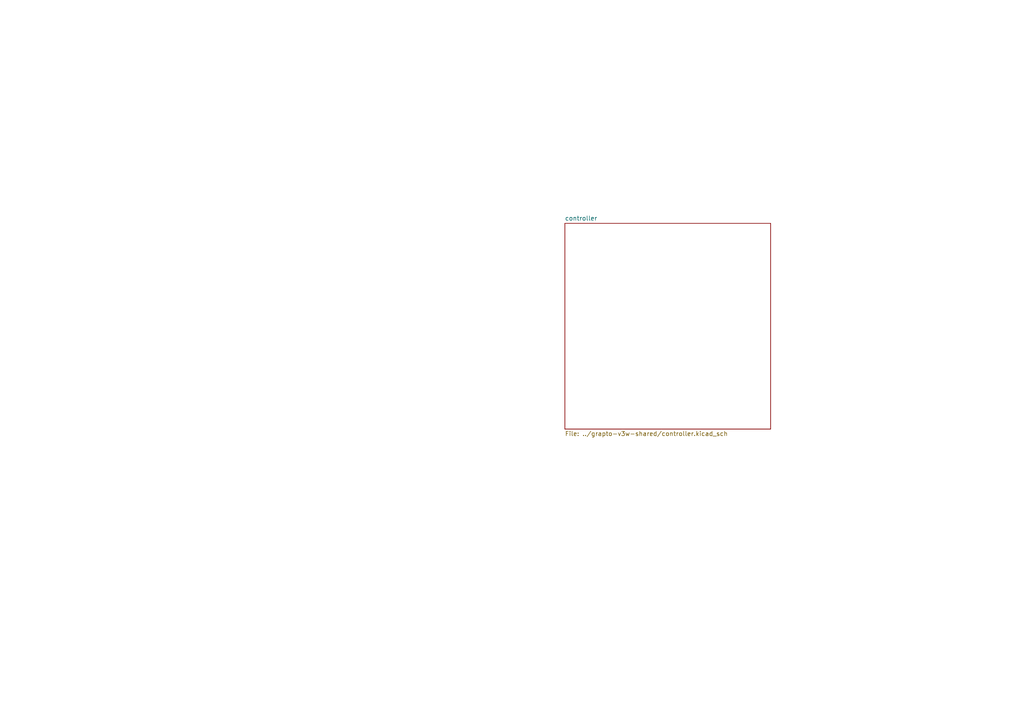
<source format=kicad_sch>
(kicad_sch (version 20211123) (generator eeschema)
  (paper "A4")
  (lib_symbols)
  (sheet (at 163.83 64.77) (size 59.69 59.69) (stroke (width 0.1524))
    (property "Sheet name" "controller" (at 163.83 64.0584 0) (effects (justify left bottom)))
    (property "Sheet file" "../grapto-v3w-shared/controller.kicad_sch" (at 163.83 125.0446 0) (effects (justify left top)))
  )
)
</source>
